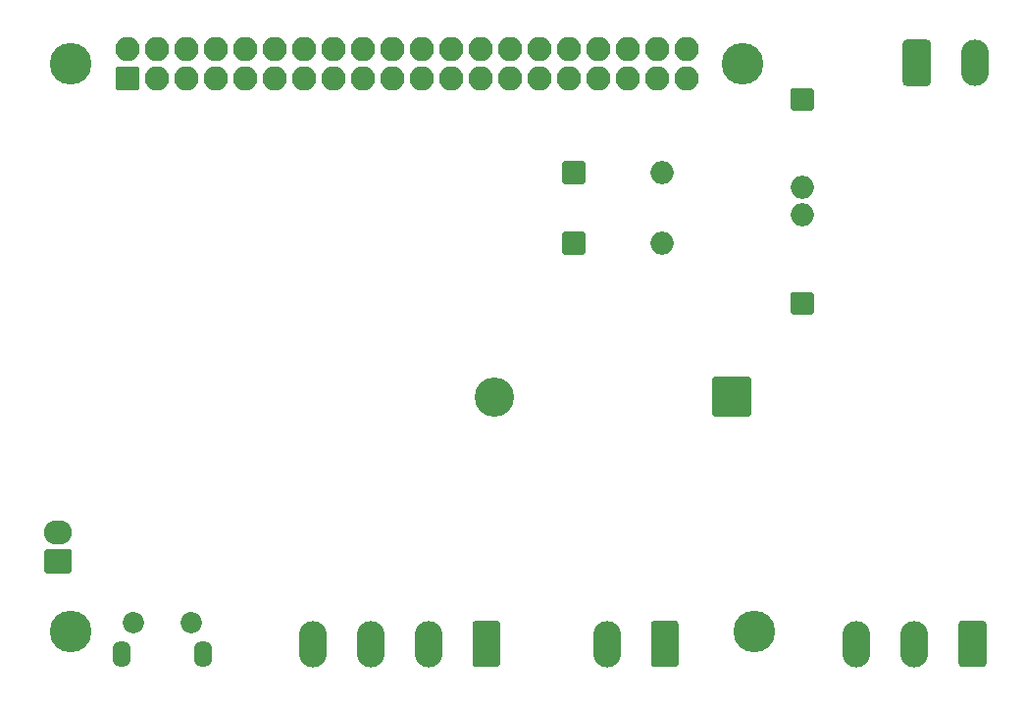
<source format=gbr>
G04 #@! TF.GenerationSoftware,KiCad,Pcbnew,(5.1.9)-1*
G04 #@! TF.CreationDate,2021-08-04T09:34:38-04:00*
G04 #@! TF.ProjectId,esp32 Core  V-0.1,65737033-3220-4436-9f72-652020562d30,rev?*
G04 #@! TF.SameCoordinates,Original*
G04 #@! TF.FileFunction,Soldermask,Bot*
G04 #@! TF.FilePolarity,Negative*
%FSLAX46Y46*%
G04 Gerber Fmt 4.6, Leading zero omitted, Abs format (unit mm)*
G04 Created by KiCad (PCBNEW (5.1.9)-1) date 2021-08-04 09:34:38*
%MOMM*%
%LPD*%
G01*
G04 APERTURE LIST*
%ADD10O,2.000000X2.000000*%
%ADD11O,2.400000X4.000000*%
%ADD12C,3.400000*%
%ADD13O,2.400000X2.100000*%
%ADD14C,3.600000*%
%ADD15O,2.100000X2.100000*%
%ADD16O,1.600000X2.300000*%
%ADD17C,1.850000*%
G04 APERTURE END LIST*
D10*
G04 #@! TO.C,JP4*
X234520000Y-107900000D03*
G36*
G01*
X225900000Y-108700000D02*
X225900000Y-107100000D01*
G75*
G02*
X226100000Y-106900000I200000J0D01*
G01*
X227700000Y-106900000D01*
G75*
G02*
X227900000Y-107100000I0J-200000D01*
G01*
X227900000Y-108700000D01*
G75*
G02*
X227700000Y-108900000I-200000J0D01*
G01*
X226100000Y-108900000D01*
G75*
G02*
X225900000Y-108700000I0J200000D01*
G01*
G37*
G04 #@! TD*
G04 #@! TO.C,JP3*
X234520000Y-114000000D03*
G36*
G01*
X225900000Y-114800000D02*
X225900000Y-113200000D01*
G75*
G02*
X226100000Y-113000000I200000J0D01*
G01*
X227700000Y-113000000D01*
G75*
G02*
X227900000Y-113200000I0J-200000D01*
G01*
X227900000Y-114800000D01*
G75*
G02*
X227700000Y-115000000I-200000J0D01*
G01*
X226100000Y-115000000D01*
G75*
G02*
X225900000Y-114800000I0J200000D01*
G01*
G37*
G04 #@! TD*
G04 #@! TO.C,JP2*
X246600000Y-109200000D03*
G36*
G01*
X245800000Y-100580000D02*
X247400000Y-100580000D01*
G75*
G02*
X247600000Y-100780000I0J-200000D01*
G01*
X247600000Y-102380000D01*
G75*
G02*
X247400000Y-102580000I-200000J0D01*
G01*
X245800000Y-102580000D01*
G75*
G02*
X245600000Y-102380000I0J200000D01*
G01*
X245600000Y-100780000D01*
G75*
G02*
X245800000Y-100580000I200000J0D01*
G01*
G37*
G04 #@! TD*
G04 #@! TO.C,JP1*
X246600000Y-111580000D03*
G36*
G01*
X247400000Y-120200000D02*
X245800000Y-120200000D01*
G75*
G02*
X245600000Y-120000000I0J200000D01*
G01*
X245600000Y-118400000D01*
G75*
G02*
X245800000Y-118200000I200000J0D01*
G01*
X247400000Y-118200000D01*
G75*
G02*
X247600000Y-118400000I0J-200000D01*
G01*
X247600000Y-120000000D01*
G75*
G02*
X247400000Y-120200000I-200000J0D01*
G01*
G37*
G04 #@! TD*
D11*
G04 #@! TO.C,J5*
X251305000Y-148590000D03*
X256305000Y-148590000D03*
G36*
G01*
X262505000Y-146890000D02*
X262505000Y-150290000D01*
G75*
G02*
X262205000Y-150590000I-300000J0D01*
G01*
X260405000Y-150590000D01*
G75*
G02*
X260105000Y-150290000I0J300000D01*
G01*
X260105000Y-146890000D01*
G75*
G02*
X260405000Y-146590000I300000J0D01*
G01*
X262205000Y-146590000D01*
G75*
G02*
X262505000Y-146890000I0J-300000D01*
G01*
G37*
G04 #@! TD*
G04 #@! TO.C,J4*
X261500000Y-98425000D03*
G36*
G01*
X255300000Y-100125000D02*
X255300000Y-96725000D01*
G75*
G02*
X255600000Y-96425000I300000J0D01*
G01*
X257400000Y-96425000D01*
G75*
G02*
X257700000Y-96725000I0J-300000D01*
G01*
X257700000Y-100125000D01*
G75*
G02*
X257400000Y-100425000I-300000J0D01*
G01*
X255600000Y-100425000D01*
G75*
G02*
X255300000Y-100125000I0J300000D01*
G01*
G37*
G04 #@! TD*
G04 #@! TO.C,J13*
X204343000Y-148590000D03*
X209343000Y-148590000D03*
X214343000Y-148590000D03*
G36*
G01*
X220543000Y-146890000D02*
X220543000Y-150290000D01*
G75*
G02*
X220243000Y-150590000I-300000J0D01*
G01*
X218443000Y-150590000D01*
G75*
G02*
X218143000Y-150290000I0J300000D01*
G01*
X218143000Y-146890000D01*
G75*
G02*
X218443000Y-146590000I300000J0D01*
G01*
X220243000Y-146590000D01*
G75*
G02*
X220543000Y-146890000I0J-300000D01*
G01*
G37*
G04 #@! TD*
G04 #@! TO.C,J2*
X229743000Y-148590000D03*
G36*
G01*
X235943000Y-146890000D02*
X235943000Y-150290000D01*
G75*
G02*
X235643000Y-150590000I-300000J0D01*
G01*
X233843000Y-150590000D01*
G75*
G02*
X233543000Y-150290000I0J300000D01*
G01*
X233543000Y-146890000D01*
G75*
G02*
X233843000Y-146590000I300000J0D01*
G01*
X235643000Y-146590000D01*
G75*
G02*
X235943000Y-146890000I0J-300000D01*
G01*
G37*
G04 #@! TD*
G04 #@! TO.C,BT1*
G36*
G01*
X242238000Y-125754000D02*
X242238000Y-128754000D01*
G75*
G02*
X242038000Y-128954000I-200000J0D01*
G01*
X239038000Y-128954000D01*
G75*
G02*
X238838000Y-128754000I0J200000D01*
G01*
X238838000Y-125754000D01*
G75*
G02*
X239038000Y-125554000I200000J0D01*
G01*
X242038000Y-125554000D01*
G75*
G02*
X242238000Y-125754000I0J-200000D01*
G01*
G37*
D12*
X220048000Y-127254000D03*
G04 #@! TD*
G04 #@! TO.C,BT2*
G36*
G01*
X181372000Y-140388000D02*
X183372000Y-140388000D01*
G75*
G02*
X183572000Y-140588000I0J-200000D01*
G01*
X183572000Y-142288000D01*
G75*
G02*
X183372000Y-142488000I-200000J0D01*
G01*
X181372000Y-142488000D01*
G75*
G02*
X181172000Y-142288000I0J200000D01*
G01*
X181172000Y-140588000D01*
G75*
G02*
X181372000Y-140388000I200000J0D01*
G01*
G37*
D13*
X182372000Y-138938000D03*
G04 #@! TD*
D14*
G04 #@! TO.C,MH4*
X183500000Y-98500000D03*
G04 #@! TD*
G04 #@! TO.C,MH3*
X242500000Y-147500000D03*
G04 #@! TD*
G04 #@! TO.C,MH2*
X183500000Y-147500000D03*
G04 #@! TD*
G04 #@! TO.C,MH1*
X241500000Y-98500000D03*
G04 #@! TD*
D15*
G04 #@! TO.C,J3*
X236632600Y-97232300D03*
X236632600Y-99772300D03*
X234092600Y-97232300D03*
X234092600Y-99772300D03*
X231552600Y-97232300D03*
X231552600Y-99772300D03*
X229012600Y-97232300D03*
X229012600Y-99772300D03*
X226472600Y-97232300D03*
X226472600Y-99772300D03*
X223932600Y-97232300D03*
X223932600Y-99772300D03*
X221392600Y-97232300D03*
X221392600Y-99772300D03*
X218852600Y-97232300D03*
X218852600Y-99772300D03*
X216312600Y-97232300D03*
X216312600Y-99772300D03*
X213772600Y-97232300D03*
X213772600Y-99772300D03*
X211232600Y-97232300D03*
X211232600Y-99772300D03*
X208692600Y-97232300D03*
X208692600Y-99772300D03*
X206152600Y-97232300D03*
X206152600Y-99772300D03*
X203612600Y-97232300D03*
X203612600Y-99772300D03*
X201072600Y-97232300D03*
X201072600Y-99772300D03*
X198532600Y-97232300D03*
X198532600Y-99772300D03*
X195992600Y-97232300D03*
X195992600Y-99772300D03*
X193452600Y-97232300D03*
X193452600Y-99772300D03*
X190912600Y-97232300D03*
X190912600Y-99772300D03*
X188372600Y-97232300D03*
G36*
G01*
X189222600Y-100822300D02*
X187522600Y-100822300D01*
G75*
G02*
X187322600Y-100622300I0J200000D01*
G01*
X187322600Y-98922300D01*
G75*
G02*
X187522600Y-98722300I200000J0D01*
G01*
X189222600Y-98722300D01*
G75*
G02*
X189422600Y-98922300I0J-200000D01*
G01*
X189422600Y-100622300D01*
G75*
G02*
X189222600Y-100822300I-200000J0D01*
G01*
G37*
G04 #@! TD*
D16*
G04 #@! TO.C,J1*
X194905000Y-149479000D03*
X187905000Y-149479000D03*
D17*
X193905000Y-146779000D03*
X188905000Y-146779000D03*
G04 #@! TD*
M02*

</source>
